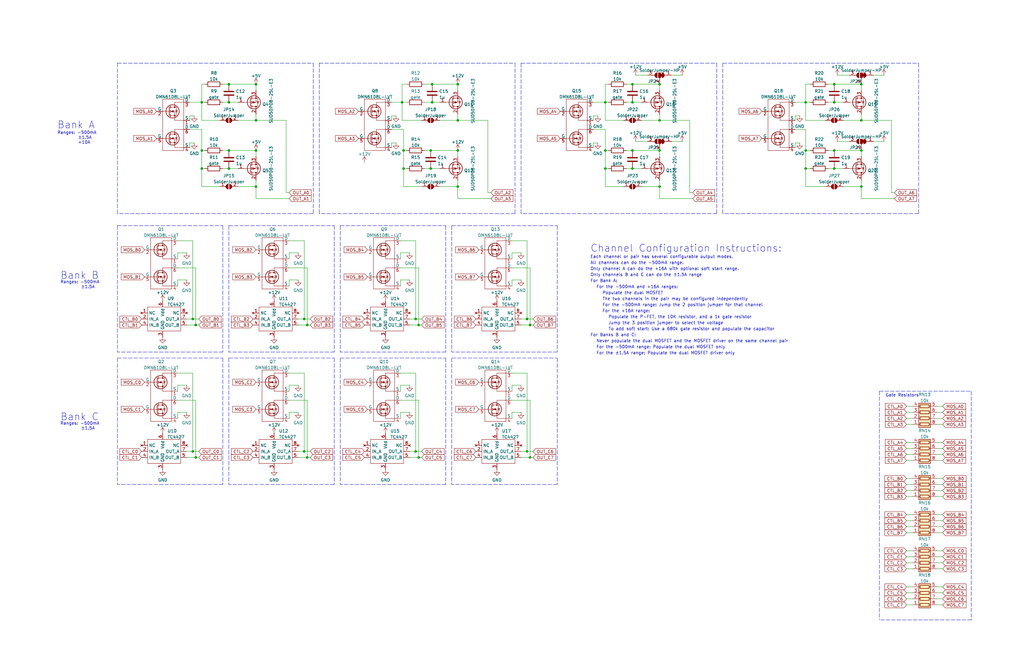
<source format=kicad_sch>
(kicad_sch (version 20211123) (generator eeschema)
  (paper "USLedger")
  (junction (at 339.725 71.12))
  (junction (at 351.79 43.18))
  (junction (at 170.18 63.5))
  (junction (at 181.61 71.12))
  (junction (at 193.04 78.74))
  (junction (at 351.79 71.12))
  (junction (at 96.52 63.5))
  (junction (at 266.7 63.5))
  (junction (at 107.95 63.5))
  (junction (at 107.95 35.56))
  (junction (at 266.7 35.56))
  (junction (at 169.545 43.18))
  (junction (at 96.52 71.12))
  (junction (at 255.27 63.5))
  (junction (at 85.09 71.12))
  (junction (at 175.26 134.62))
  (junction (at 266.7 43.18))
  (junction (at 96.52 43.18))
  (junction (at 193.04 35.56))
  (junction (at 363.22 35.56))
  (junction (at 182.245 35.56))
  (junction (at 193.04 63.5))
  (junction (at 278.13 78.74))
  (junction (at 129.54 137.16))
  (junction (at 222.25 134.62))
  (junction (at 278.13 35.56))
  (junction (at 182.245 43.18))
  (junction (at 339.725 43.18))
  (junction (at 181.61 63.5))
  (junction (at 129.54 193.04))
  (junction (at 363.22 78.74))
  (junction (at 176.53 137.16))
  (junction (at 81.28 134.62))
  (junction (at 128.27 190.5))
  (junction (at 223.52 193.04))
  (junction (at 107.95 78.74))
  (junction (at 175.26 190.5))
  (junction (at 223.52 137.16))
  (junction (at 266.7 71.12))
  (junction (at 222.25 190.5))
  (junction (at 170.18 71.12))
  (junction (at 85.09 63.5))
  (junction (at 82.55 137.16))
  (junction (at 96.52 35.56))
  (junction (at 351.79 63.5))
  (junction (at 176.53 193.04))
  (junction (at 81.28 190.5))
  (junction (at 278.13 50.8))
  (junction (at 278.13 63.5))
  (junction (at 193.04 50.8))
  (junction (at 85.09 43.18))
  (junction (at 339.725 63.5))
  (junction (at 363.22 50.8))
  (junction (at 351.79 35.56))
  (junction (at 363.22 63.5))
  (junction (at 107.95 50.8))
  (junction (at 255.27 71.12))
  (junction (at 82.55 193.04))
  (junction (at 128.27 134.62))
  (junction (at 255.27 43.18))
  (wire (pts (xy 382.27 250.19) (xy 384.81 250.19)))
  (wire (pts (xy 394.97 219.71) (xy 397.51 219.71)))
  (polyline (pts (xy 234.95 95.25) (xy 234.95 148.59)))
  (wire (pts (xy 339.725 71.12) (xy 339.725 78.74)))
  (wire (pts (xy 349.25 43.18) (xy 351.79 43.18)))
  (polyline (pts (xy 187.96 95.25) (xy 187.96 148.59)))
  (wire (pts (xy 394.97 173.99) (xy 397.51 173.99)))
  (wire (pts (xy 176.53 193.04) (xy 176.53 168.91)))
  (wire (pts (xy 382.27 219.71) (xy 384.81 219.71)))
  (wire (pts (xy 80.01 54.61) (xy 85.09 54.61)))
  (wire (pts (xy 107.95 83.82) (xy 121.92 83.82)))
  (wire (pts (xy 363.22 83.82) (xy 377.19 83.82)))
  (wire (pts (xy 394.97 217.17) (xy 397.51 217.17)))
  (wire (pts (xy 219.71 134.62) (xy 222.25 134.62)))
  (wire (pts (xy 120.65 50.8) (xy 120.65 81.28)))
  (wire (pts (xy 96.52 35.56) (xy 107.95 35.56)))
  (wire (pts (xy 129.54 193.04) (xy 129.54 168.91)))
  (wire (pts (xy 170.18 63.5) (xy 170.18 71.12)))
  (wire (pts (xy 255.27 43.18) (xy 256.54 43.18)))
  (wire (pts (xy 121.92 101.6) (xy 128.27 101.6)))
  (wire (pts (xy 250.19 62.23) (xy 250.19 60.325)))
  (polyline (pts (xy 93.98 151.13) (xy 93.98 204.47)))
  (wire (pts (xy 266.7 71.12) (xy 270.51 71.12)))
  (wire (pts (xy 382.27 209.55) (xy 384.81 209.55)))
  (wire (pts (xy 355.6 50.8) (xy 363.22 50.8)))
  (wire (pts (xy 193.04 50.8) (xy 205.74 50.8)))
  (wire (pts (xy 121.92 176.53) (xy 121.92 173.99)))
  (wire (pts (xy 339.725 54.61) (xy 339.725 63.5)))
  (wire (pts (xy 351.79 35.56) (xy 363.22 35.56)))
  (wire (pts (xy 80.01 43.18) (xy 85.09 43.18)))
  (wire (pts (xy 394.97 207.01) (xy 397.51 207.01)))
  (wire (pts (xy 394.97 250.19) (xy 397.51 250.19)))
  (wire (pts (xy 81.28 190.5) (xy 81.28 157.48)))
  (wire (pts (xy 219.71 190.5) (xy 222.25 190.5)))
  (wire (pts (xy 169.545 43.18) (xy 169.545 50.8)))
  (wire (pts (xy 172.72 137.16) (xy 176.53 137.16)))
  (polyline (pts (xy 302.26 26.67) (xy 302.26 90.17)))
  (wire (pts (xy 266.7 43.18) (xy 270.51 43.18)))
  (wire (pts (xy 168.91 173.99) (xy 172.72 173.99)))
  (wire (pts (xy 181.61 71.12) (xy 185.42 71.12)))
  (wire (pts (xy 283.21 59.69) (xy 287.655 59.69)))
  (wire (pts (xy 168.91 118.11) (xy 172.72 118.11)))
  (wire (pts (xy 363.22 76.2) (xy 363.22 78.74)))
  (wire (pts (xy 219.71 137.16) (xy 223.52 137.16)))
  (wire (pts (xy 172.72 190.5) (xy 175.26 190.5)))
  (wire (pts (xy 78.74 190.5) (xy 81.28 190.5)))
  (wire (pts (xy 215.9 162.56) (xy 219.71 162.56)))
  (polyline (pts (xy 304.8 26.67) (xy 304.8 90.17)))
  (wire (pts (xy 165.1 62.23) (xy 165.1 60.325)))
  (wire (pts (xy 290.83 50.8) (xy 290.83 81.28)))
  (polyline (pts (xy 49.53 151.13) (xy 93.98 151.13)))
  (wire (pts (xy 176.53 193.04) (xy 177.8 193.04)))
  (polyline (pts (xy 190.5 151.13) (xy 190.5 204.47)))
  (wire (pts (xy 128.27 190.5) (xy 130.81 190.5)))
  (wire (pts (xy 267.97 31.75) (xy 273.05 31.75)))
  (wire (pts (xy 205.74 81.28) (xy 207.01 81.28)))
  (wire (pts (xy 215.9 109.22) (xy 215.9 106.68)))
  (polyline (pts (xy 234.95 204.47) (xy 190.5 204.47)))
  (wire (pts (xy 165.1 48.895) (xy 167.005 48.895)))
  (wire (pts (xy 168.91 162.56) (xy 172.72 162.56)))
  (wire (pts (xy 363.22 48.26) (xy 363.22 50.8)))
  (wire (pts (xy 335.28 60.325) (xy 337.185 60.325)))
  (wire (pts (xy 100.33 78.74) (xy 107.95 78.74)))
  (wire (pts (xy 193.04 35.56) (xy 193.04 38.1)))
  (wire (pts (xy 120.65 81.28) (xy 121.92 81.28)))
  (wire (pts (xy 82.55 193.04) (xy 83.82 193.04)))
  (polyline (pts (xy 190.5 95.25) (xy 190.5 148.59)))
  (wire (pts (xy 215.9 118.11) (xy 219.71 118.11)))
  (wire (pts (xy 169.545 43.18) (xy 171.45 43.18)))
  (wire (pts (xy 394.97 209.55) (xy 397.51 209.55)))
  (wire (pts (xy 175.26 134.62) (xy 177.8 134.62)))
  (wire (pts (xy 78.74 137.16) (xy 82.55 137.16)))
  (wire (pts (xy 185.42 50.8) (xy 193.04 50.8)))
  (wire (pts (xy 339.725 50.8) (xy 347.98 50.8)))
  (wire (pts (xy 85.09 35.56) (xy 85.09 43.18)))
  (wire (pts (xy 270.51 50.8) (xy 278.13 50.8)))
  (wire (pts (xy 74.93 165.1) (xy 74.93 162.56)))
  (wire (pts (xy 223.52 193.04) (xy 223.52 168.91)))
  (polyline (pts (xy 93.98 148.59) (xy 49.53 148.59)))
  (wire (pts (xy 175.26 134.62) (xy 175.26 101.6)))
  (wire (pts (xy 193.04 48.26) (xy 193.04 50.8)))
  (wire (pts (xy 179.07 43.18) (xy 182.245 43.18)))
  (wire (pts (xy 255.27 35.56) (xy 255.27 43.18)))
  (wire (pts (xy 215.9 157.48) (xy 222.25 157.48)))
  (wire (pts (xy 168.91 165.1) (xy 168.91 162.56)))
  (wire (pts (xy 96.52 71.12) (xy 100.33 71.12)))
  (wire (pts (xy 74.93 176.53) (xy 74.93 173.99)))
  (wire (pts (xy 267.97 59.69) (xy 273.05 59.69)))
  (wire (pts (xy 85.09 63.5) (xy 85.09 71.12)))
  (polyline (pts (xy 96.52 95.25) (xy 96.52 148.59)))
  (wire (pts (xy 85.09 50.8) (xy 92.71 50.8)))
  (wire (pts (xy 168.91 157.48) (xy 175.26 157.48)))
  (polyline (pts (xy 234.95 151.13) (xy 234.95 204.47)))
  (polyline (pts (xy 140.97 204.47) (xy 96.52 204.47)))
  (wire (pts (xy 215.9 101.6) (xy 222.25 101.6)))
  (wire (pts (xy 182.245 35.56) (xy 193.04 35.56)))
  (wire (pts (xy 96.52 43.18) (xy 100.33 43.18)))
  (wire (pts (xy 382.27 234.95) (xy 384.81 234.95)))
  (polyline (pts (xy 143.51 95.25) (xy 143.51 148.59)))
  (wire (pts (xy 215.9 168.91) (xy 223.52 168.91)))
  (wire (pts (xy 175.26 190.5) (xy 175.26 157.48)))
  (wire (pts (xy 335.28 62.23) (xy 335.28 60.325)))
  (polyline (pts (xy 143.51 151.13) (xy 143.51 204.47)))
  (wire (pts (xy 96.52 63.5) (xy 107.95 63.5)))
  (polyline (pts (xy 134.62 26.67) (xy 134.62 90.17)))
  (polyline (pts (xy 302.26 90.17) (xy 219.71 90.17)))
  (wire (pts (xy 278.13 76.2) (xy 278.13 78.74)))
  (polyline (pts (xy 134.62 26.67) (xy 217.17 26.67)))
  (wire (pts (xy 121.92 113.03) (xy 129.54 113.03)))
  (wire (pts (xy 222.25 134.62) (xy 224.79 134.62)))
  (wire (pts (xy 168.91 109.22) (xy 168.91 106.68)))
  (wire (pts (xy 382.27 247.65) (xy 384.81 247.65)))
  (wire (pts (xy 107.95 78.74) (xy 107.95 83.82)))
  (wire (pts (xy 349.25 71.12) (xy 351.79 71.12)))
  (wire (pts (xy 382.27 232.41) (xy 384.81 232.41)))
  (wire (pts (xy 165.1 54.61) (xy 170.18 54.61)))
  (wire (pts (xy 394.97 191.77) (xy 397.51 191.77)))
  (wire (pts (xy 74.93 101.6) (xy 81.28 101.6)))
  (wire (pts (xy 74.93 109.22) (xy 74.93 106.68)))
  (polyline (pts (xy 49.53 95.25) (xy 93.98 95.25)))
  (wire (pts (xy 255.27 35.56) (xy 256.54 35.56)))
  (wire (pts (xy 172.72 134.62) (xy 175.26 134.62)))
  (wire (pts (xy 382.27 201.93) (xy 384.81 201.93)))
  (wire (pts (xy 129.54 137.16) (xy 130.81 137.16)))
  (wire (pts (xy 74.93 157.48) (xy 81.28 157.48)))
  (wire (pts (xy 363.22 50.8) (xy 375.92 50.8)))
  (wire (pts (xy 125.73 193.04) (xy 129.54 193.04)))
  (wire (pts (xy 74.93 162.56) (xy 78.74 162.56)))
  (wire (pts (xy 165.1 50.8) (xy 165.1 48.895)))
  (wire (pts (xy 382.27 171.45) (xy 384.81 171.45)))
  (wire (pts (xy 121.92 120.65) (xy 121.92 118.11)))
  (wire (pts (xy 181.61 63.5) (xy 193.04 63.5)))
  (wire (pts (xy 250.19 54.61) (xy 255.27 54.61)))
  (wire (pts (xy 222.25 190.5) (xy 222.25 157.48)))
  (wire (pts (xy 78.74 134.62) (xy 81.28 134.62)))
  (wire (pts (xy 128.27 134.62) (xy 128.27 101.6)))
  (wire (pts (xy 266.7 63.5) (xy 278.13 63.5)))
  (wire (pts (xy 128.27 190.5) (xy 128.27 157.48)))
  (wire (pts (xy 351.79 43.18) (xy 355.6 43.18)))
  (wire (pts (xy 255.27 43.18) (xy 255.27 50.8)))
  (wire (pts (xy 170.18 63.5) (xy 171.45 63.5)))
  (wire (pts (xy 175.26 190.5) (xy 177.8 190.5)))
  (polyline (pts (xy 187.96 151.13) (xy 187.96 204.47)))
  (wire (pts (xy 264.16 63.5) (xy 266.7 63.5)))
  (wire (pts (xy 339.725 35.56) (xy 341.63 35.56)))
  (wire (pts (xy 283.21 31.75) (xy 287.655 31.75)))
  (wire (pts (xy 80.01 60.325) (xy 81.915 60.325)))
  (wire (pts (xy 270.51 78.74) (xy 278.13 78.74)))
  (polyline (pts (xy 49.53 26.67) (xy 132.08 26.67)))
  (wire (pts (xy 278.13 35.56) (xy 278.13 38.1)))
  (wire (pts (xy 394.97 252.73) (xy 397.51 252.73)))
  (wire (pts (xy 382.27 189.23) (xy 384.81 189.23)))
  (wire (pts (xy 363.22 63.5) (xy 363.22 66.04)))
  (wire (pts (xy 382.27 194.31) (xy 384.81 194.31)))
  (wire (pts (xy 255.27 71.12) (xy 255.27 78.74)))
  (wire (pts (xy 205.74 50.8) (xy 205.74 81.28)))
  (polyline (pts (xy 190.5 95.25) (xy 234.95 95.25)))
  (wire (pts (xy 339.725 78.74) (xy 347.98 78.74)))
  (wire (pts (xy 82.55 137.16) (xy 82.55 113.03)))
  (wire (pts (xy 80.01 48.895) (xy 81.915 48.895)))
  (polyline (pts (xy 132.08 26.67) (xy 132.08 90.17)))
  (wire (pts (xy 81.28 134.62) (xy 83.82 134.62)))
  (wire (pts (xy 339.725 63.5) (xy 341.63 63.5)))
  (wire (pts (xy 74.93 173.99) (xy 78.74 173.99)))
  (wire (pts (xy 179.07 63.5) (xy 181.61 63.5)))
  (wire (pts (xy 74.93 113.03) (xy 82.55 113.03)))
  (wire (pts (xy 107.95 50.8) (xy 120.65 50.8)))
  (wire (pts (xy 394.97 224.79) (xy 397.51 224.79)))
  (wire (pts (xy 215.9 120.65) (xy 215.9 118.11)))
  (polyline (pts (xy 387.35 26.67) (xy 387.35 90.17)))
  (wire (pts (xy 193.04 76.2) (xy 193.04 78.74)))
  (wire (pts (xy 394.97 194.31) (xy 397.51 194.31)))
  (wire (pts (xy 81.28 190.5) (xy 83.82 190.5)))
  (wire (pts (xy 278.13 50.8) (xy 290.83 50.8)))
  (wire (pts (xy 363.22 35.56) (xy 363.22 38.1)))
  (wire (pts (xy 363.22 78.74) (xy 363.22 83.82)))
  (wire (pts (xy 74.93 106.68) (xy 78.74 106.68)))
  (wire (pts (xy 85.09 43.18) (xy 86.36 43.18)))
  (polyline (pts (xy 96.52 151.13) (xy 96.52 204.47)))
  (wire (pts (xy 382.27 255.27) (xy 384.81 255.27)))
  (wire (pts (xy 74.93 118.11) (xy 78.74 118.11)))
  (wire (pts (xy 382.27 217.17) (xy 384.81 217.17)))
  (wire (pts (xy 335.28 48.895) (xy 337.185 48.895)))
  (wire (pts (xy 382.27 224.79) (xy 384.81 224.79)))
  (wire (pts (xy 182.245 43.18) (xy 185.42 43.18)))
  (polyline (pts (xy 409.575 261.62) (xy 370.84 261.62)))
  (wire (pts (xy 74.93 120.65) (xy 74.93 118.11)))
  (wire (pts (xy 168.91 106.68) (xy 172.72 106.68)))
  (wire (pts (xy 223.52 137.16) (xy 224.79 137.16)))
  (wire (pts (xy 339.725 35.56) (xy 339.725 43.18)))
  (polyline (pts (xy 187.96 148.59) (xy 143.51 148.59)))
  (wire (pts (xy 255.27 54.61) (xy 255.27 63.5)))
  (wire (pts (xy 394.97 204.47) (xy 397.51 204.47)))
  (wire (pts (xy 193.04 83.82) (xy 207.01 83.82)))
  (wire (pts (xy 255.27 63.5) (xy 255.27 71.12)))
  (wire (pts (xy 168.91 120.65) (xy 168.91 118.11)))
  (wire (pts (xy 222.25 190.5) (xy 224.79 190.5)))
  (wire (pts (xy 335.28 54.61) (xy 339.725 54.61)))
  (wire (pts (xy 85.09 43.18) (xy 85.09 50.8)))
  (polyline (pts (xy 140.97 148.59) (xy 96.52 148.59)))
  (wire (pts (xy 125.73 134.62) (xy 128.27 134.62)))
  (wire (pts (xy 368.3 59.69) (xy 372.745 59.69)))
  (wire (pts (xy 85.09 78.74) (xy 92.71 78.74)))
  (polyline (pts (xy 219.71 26.67) (xy 219.71 90.17)))
  (polyline (pts (xy 132.08 90.17) (xy 49.53 90.17)))
  (wire (pts (xy 93.98 71.12) (xy 96.52 71.12)))
  (wire (pts (xy 394.97 189.23) (xy 397.51 189.23)))
  (wire (pts (xy 255.27 71.12) (xy 256.54 71.12)))
  (wire (pts (xy 172.72 193.04) (xy 176.53 193.04)))
  (polyline (pts (xy 143.51 151.13) (xy 187.96 151.13)))
  (polyline (pts (xy 409.575 165.1) (xy 409.575 261.62)))
  (wire (pts (xy 394.97 222.25) (xy 397.51 222.25)))
  (wire (pts (xy 394.97 179.07) (xy 397.51 179.07)))
  (wire (pts (xy 382.27 237.49) (xy 384.81 237.49)))
  (wire (pts (xy 339.725 71.12) (xy 341.63 71.12)))
  (wire (pts (xy 250.19 50.8) (xy 250.19 48.895)))
  (wire (pts (xy 339.725 43.18) (xy 341.63 43.18)))
  (wire (pts (xy 278.13 48.26) (xy 278.13 50.8)))
  (wire (pts (xy 176.53 137.16) (xy 176.53 113.03)))
  (polyline (pts (xy 217.17 26.67) (xy 217.17 90.17)))
  (polyline (pts (xy 190.5 151.13) (xy 234.95 151.13)))
  (wire (pts (xy 121.92 173.99) (xy 125.73 173.99)))
  (wire (pts (xy 170.18 71.12) (xy 171.45 71.12)))
  (wire (pts (xy 382.27 204.47) (xy 384.81 204.47)))
  (polyline (pts (xy 49.53 95.25) (xy 49.53 148.59)))
  (wire (pts (xy 125.73 190.5) (xy 128.27 190.5)))
  (polyline (pts (xy 234.95 148.59) (xy 190.5 148.59)))
  (wire (pts (xy 394.97 186.69) (xy 397.51 186.69)))
  (wire (pts (xy 394.97 247.65) (xy 397.51 247.65)))
  (wire (pts (xy 121.92 106.68) (xy 125.73 106.68)))
  (wire (pts (xy 165.1 43.18) (xy 169.545 43.18)))
  (wire (pts (xy 107.95 63.5) (xy 107.95 66.04)))
  (wire (pts (xy 128.27 134.62) (xy 130.81 134.62)))
  (wire (pts (xy 121.92 165.1) (xy 121.92 162.56)))
  (wire (pts (xy 264.16 35.56) (xy 266.7 35.56)))
  (wire (pts (xy 351.79 63.5) (xy 363.22 63.5)))
  (wire (pts (xy 382.27 252.73) (xy 384.81 252.73)))
  (wire (pts (xy 368.3 31.75) (xy 372.745 31.75)))
  (wire (pts (xy 121.92 162.56) (xy 125.73 162.56)))
  (polyline (pts (xy 140.97 151.13) (xy 140.97 204.47)))
  (wire (pts (xy 394.97 240.03) (xy 397.51 240.03)))
  (polyline (pts (xy 217.17 90.17) (xy 134.62 90.17)))
  (wire (pts (xy 382.27 207.01) (xy 384.81 207.01)))
  (wire (pts (xy 168.91 168.91) (xy 176.53 168.91)))
  (wire (pts (xy 349.25 63.5) (xy 351.79 63.5)))
  (wire (pts (xy 215.9 106.68) (xy 219.71 106.68)))
  (polyline (pts (xy 143.51 95.25) (xy 187.96 95.25)))
  (wire (pts (xy 125.73 137.16) (xy 129.54 137.16)))
  (wire (pts (xy 255.27 50.8) (xy 262.89 50.8)))
  (wire (pts (xy 215.9 176.53) (xy 215.9 173.99)))
  (wire (pts (xy 82.55 137.16) (xy 83.82 137.16)))
  (polyline (pts (xy 49.53 26.67) (xy 49.53 90.17)))
  (wire (pts (xy 382.27 179.07) (xy 384.81 179.07)))
  (wire (pts (xy 168.91 113.03) (xy 176.53 113.03)))
  (wire (pts (xy 168.91 101.6) (xy 175.26 101.6)))
  (wire (pts (xy 266.7 35.56) (xy 278.13 35.56)))
  (wire (pts (xy 93.98 35.56) (xy 96.52 35.56)))
  (wire (pts (xy 121.92 157.48) (xy 128.27 157.48)))
  (wire (pts (xy 215.9 173.99) (xy 219.71 173.99)))
  (wire (pts (xy 290.83 81.28) (xy 292.1 81.28)))
  (wire (pts (xy 85.09 63.5) (xy 86.36 63.5)))
  (wire (pts (xy 394.97 255.27) (xy 397.51 255.27)))
  (wire (pts (xy 121.92 109.22) (xy 121.92 106.68)))
  (wire (pts (xy 85.09 54.61) (xy 85.09 63.5)))
  (wire (pts (xy 219.71 193.04) (xy 223.52 193.04)))
  (polyline (pts (xy 96.52 95.25) (xy 140.97 95.25)))
  (wire (pts (xy 375.92 50.8) (xy 375.92 81.28)))
  (wire (pts (xy 78.74 193.04) (xy 82.55 193.04)))
  (wire (pts (xy 394.97 201.93) (xy 397.51 201.93)))
  (wire (pts (xy 353.06 59.69) (xy 358.14 59.69)))
  (wire (pts (xy 264.16 71.12) (xy 266.7 71.12)))
  (wire (pts (xy 85.09 71.12) (xy 86.36 71.12)))
  (wire (pts (xy 168.91 176.53) (xy 168.91 173.99)))
  (wire (pts (xy 222.25 134.62) (xy 222.25 101.6)))
  (wire (pts (xy 121.92 168.91) (xy 129.54 168.91)))
  (wire (pts (xy 278.13 78.74) (xy 278.13 83.82)))
  (polyline (pts (xy 93.98 204.47) (xy 49.53 204.47)))
  (wire (pts (xy 176.53 137.16) (xy 177.8 137.16)))
  (wire (pts (xy 93.98 63.5) (xy 96.52 63.5)))
  (wire (pts (xy 335.28 43.18) (xy 339.725 43.18)))
  (wire (pts (xy 264.16 43.18) (xy 266.7 43.18)))
  (wire (pts (xy 170.18 71.12) (xy 170.18 78.74)))
  (polyline (pts (xy 187.96 204.47) (xy 143.51 204.47)))
  (wire (pts (xy 382.27 173.99) (xy 384.81 173.99)))
  (wire (pts (xy 394.97 232.41) (xy 397.51 232.41)))
  (polyline (pts (xy 370.84 165.1) (xy 409.575 165.1)))
  (wire (pts (xy 250.19 60.325) (xy 252.095 60.325)))
  (wire (pts (xy 169.545 50.8) (xy 177.8 50.8)))
  (polyline (pts (xy 140.97 95.25) (xy 140.97 148.59)))
  (polyline (pts (xy 93.98 95.25) (xy 93.98 148.59)))
  (wire (pts (xy 394.97 234.95) (xy 397.51 234.95)))
  (wire (pts (xy 255.27 63.5) (xy 256.54 63.5)))
  (wire (pts (xy 355.6 78.74) (xy 363.22 78.74)))
  (wire (pts (xy 185.42 78.74) (xy 193.04 78.74)))
  (wire (pts (xy 250.19 48.895) (xy 252.095 48.895)))
  (polyline (pts (xy 49.53 151.13) (xy 49.53 204.47)))
  (wire (pts (xy 349.25 35.56) (xy 351.79 35.56)))
  (wire (pts (xy 335.28 50.8) (xy 335.28 48.895)))
  (wire (pts (xy 129.54 193.04) (xy 130.81 193.04)))
  (wire (pts (xy 250.19 43.18) (xy 255.27 43.18)))
  (wire (pts (xy 278.13 63.5) (xy 278.13 66.04)))
  (wire (pts (xy 353.06 31.75) (xy 358.14 31.75)))
  (wire (pts (xy 93.98 43.18) (xy 96.52 43.18)))
  (wire (pts (xy 375.92 81.28) (xy 377.19 81.28)))
  (wire (pts (xy 100.33 50.8) (xy 107.95 50.8)))
  (polyline (pts (xy 387.35 90.17) (xy 304.8 90.17)))
  (wire (pts (xy 255.27 78.74) (xy 262.89 78.74)))
  (polyline (pts (xy 370.84 165.1) (xy 370.84 261.62)))
  (polyline (pts (xy 219.71 26.67) (xy 302.26 26.67)))
  (wire (pts (xy 394.97 176.53) (xy 397.51 176.53)))
  (wire (pts (xy 394.97 237.49) (xy 397.51 237.49)))
  (wire (pts (xy 74.93 168.91) (xy 82.55 168.91)))
  (wire (pts (xy 215.9 113.03) (xy 223.52 113.03)))
  (wire (pts (xy 382.27 222.25) (xy 384.81 222.25)))
  (wire (pts (xy 339.725 43.18) (xy 339.725 50.8)))
  (wire (pts (xy 223.52 193.04) (xy 224.79 193.04)))
  (wire (pts (xy 394.97 171.45) (xy 397.51 171.45)))
  (wire (pts (xy 339.725 63.5) (xy 339.725 71.12)))
  (wire (pts (xy 179.07 35.56) (xy 182.245 35.56)))
  (wire (pts (xy 170.18 78.74) (xy 177.8 78.74)))
  (wire (pts (xy 382.27 176.53) (xy 384.81 176.53)))
  (wire (pts (xy 215.9 165.1) (xy 215.9 162.56)))
  (wire (pts (xy 382.27 191.77) (xy 384.81 191.77)))
  (wire (pts (xy 382.27 186.69) (xy 384.81 186.69)))
  (wire (pts (xy 170.18 54.61) (xy 170.18 63.5)))
  (wire (pts (xy 82.55 193.04) (xy 82.55 168.91)))
  (wire (pts (xy 165.1 60.325) (xy 167.005 60.325)))
  (wire (pts (xy 223.52 137.16) (xy 223.52 113.03)))
  (wire (pts (xy 107.95 76.2) (xy 107.95 78.74)))
  (wire (pts (xy 193.04 63.5) (xy 193.04 66.04)))
  (wire (pts (xy 107.95 48.26) (xy 107.95 50.8)))
  (wire (pts (xy 382.27 240.03) (xy 384.81 240.03)))
  (polyline (pts (xy 304.8 26.67) (xy 387.35 26.67)))
  (wire (pts (xy 80.01 50.8) (xy 80.01 48.895)))
  (wire (pts (xy 85.09 71.12) (xy 85.09 78.74)))
  (wire (pts (xy 85.09 35.56) (xy 86.36 35.56)))
  (wire (pts (xy 121.92 118.11) (xy 125.73 118.11)))
  (wire (pts (xy 193.04 78.74) (xy 193.04 83.82)))
  (wire (pts (xy 278.13 83.82) (xy 292.1 83.82)))
  (wire (pts (xy 179.07 71.12) (xy 181.61 71.12)))
  (wire (pts (xy 107.95 35.56) (xy 107.95 38.1)))
  (polyline (pts (xy 96.52 151.13) (xy 140.97 151.13)))
  (wire (pts (xy 81.28 134.62) (xy 81.28 101.6)))
  (wire (pts (xy 129.54 137.16) (xy 129.54 113.03)))
  (wire (pts (xy 169.545 35.56) (xy 169.545 43.18)))
  (wire (pts (xy 169.545 35.56) (xy 171.45 35.56)))
  (wire (pts (xy 80.01 62.23) (xy 80.01 60.325)))
  (wire (pts (xy 351.79 71.12) (xy 355.6 71.12)))
  (text "Populate the P-FET, the 10K resistor, and a 1k gate resistor" (at 256.54 134.62 0) (effects (font (size 1.27 1.27)) (justify left bottom)))
  (text "For the ±1.5A range: Populate the dual MOSFET driver only" (at 251.46 149.86 0) (effects (font (size 1.27 1.27)) (justify left bottom)))
  (text "For Bank A:" (at 248.92 119.38 0) (effects (font (size 1.27 1.27)) (justify left bottom)))
  (text "Ranges: -500mA\n         ±1.5A\n         +10A" (at 24.13 60.96 0) (effects (font (size 1.27 1.27)) (justify left bottom)))
  (text "Jump the 3 position jumper to select the voltage" (at 256.54 137.16 0) (effects (font (size 1.27 1.27)) (justify left bottom)))
  (text "Each channel or pair has several configurable output modes." (at 248.92 109.22 0) (effects (font (size 1.27 1.27)) (justify left bottom)))
  (text "For the -500mA range: Populate the dual MOSFET only" (at 251.46 147.32 0) (effects (font (size 1.27 1.27)) (justify left bottom)))
  (text "Only channel A can do the +16A with optional soft start range." (at 248.92 114.3 0) (effects (font (size 1.27 1.27)) (justify left bottom)))
  (text "Bank A" (at 24.13 54.61 0) (effects (font (size 3 3)) (justify left bottom)))
  (text "Only channels B and C can do the ±1.5A range" (at 248.92 116.84 0) (effects (font (size 1.27 1.27)) (justify left bottom)))
  (text "Gate Resistors" (at 373.38 167.64 0) (effects (font (size 1.27 1.27)) (justify left bottom)))
  (text "Channel Configuration Instructions:" (at 248.92 106.68 0) (effects (font (size 3 3)) (justify left bottom)))
  (text "To add soft start: Use a 680k gate resistor and populate the capacitor" (at 256.54 139.7 0) (effects (font (size 1.27 1.27)) (justify left bottom)))
  (text "All channels can do the -500mA range." (at 248.92 111.76 0) (effects (font (size 1.27 1.27)) (justify left bottom)))
  (text "Bank B" (at 25.4 118.11 0) (effects (font (size 3 3)) (justify left bottom)))
  (text "Ranges: -500mA\n         ±1.5A" (at 25.4 121.92 0) (effects (font (size 1.27 1.27)) (justify left bottom)))
  (text "See design notes on how to populate this area\nof the circuit to configre output behavior" (at 20.32 -222.885 0) (effects (font (size 1.27 1.27)) (justify left bottom)))
  (text "For the -500mA range: Jump the 2 position jumper for that channel" (at 254 129.54 0) (effects (font (size 1.27 1.27)) (justify left bottom)))
  (text "Ranges: -500mA\n         ±1.5A" (at 25.4 181.61 0) (effects (font (size 1.27 1.27)) (justify left bottom)))
  (text "For the +16A range:" (at 254 132.08 0) (effects (font (size 1.27 1.27)) (justify left bottom)))
  (text "Never populate the dual MOSFET and the MOSFET driver on the same channel pair" (at 251.46 144.78 0) (effects (font (size 1.27 1.27)) (justify left bottom)))
  (text "Bank C" (at 25.4 177.8 0) (effects (font (size 3 3)) (justify left bottom)))
  (text "For the -500mA and +16A ranges:" (at 251.46 121.92 0) (effects (font (size 1.27 1.27)) (justify left bottom)))
  (text "Populate the dual MOSFET" (at 254 124.46 0) (effects (font (size 1.27 1.27)) (justify left bottom)))
  (text "For Banks B and C:" (at 248.92 142.24 0) (effects (font (size 1.27 1.27)) (justify left bottom)))
  (text "The two channels in the pair may be configured independently" (at 254 127 0) (effects (font (size 1.27 1.27)) (justify left bottom)))
  (global_label "CTL_B6" (shape input) (at 382.27 222.25 180) (property "Intersheet References" "${INTERSHEET_REFS}" (effects hide)))
  (global_label "MOS_B1" (shape input) (at 397.51 204.47 0) (property "Intersheet References" "${INTERSHEET_REFS}" (effects hide)))
  (global_label "CTL_B2" (shape input) (at 106.68 134.62 180) (property "Intersheet References" "${INTERSHEET_REFS}" (effects hide)))
  (global_label "MOS_B5" (shape input) (at 154.94 116.84 180) (property "Intersheet References" "${INTERSHEET_REFS}" (effects hide)))
  (global_label "CTL_A6" (shape input) (at 382.27 191.77 180) (property "Intersheet References" "${INTERSHEET_REFS}" (effects hide)))
  (global_label "CTL_C4" (shape input) (at 153.67 190.5 180) (property "Intersheet References" "${INTERSHEET_REFS}" (effects hide)))
  (global_label "MOS_A4" (shape input) (at 397.51 186.69 0) (property "Intersheet References" "${INTERSHEET_REFS}" (effects hide)))
  (global_label "MOS_C3" (shape input) (at 397.51 240.03 0) (property "Intersheet References" "${INTERSHEET_REFS}" (effects hide)))
  (global_label "OUT_B4" (shape input) (at 177.8 134.62 0) (property "Intersheet References" "${INTERSHEET_REFS}" (effects hide)))
  (global_label "MOS_B0" (shape input) (at 397.51 201.93 0) (property "Intersheet References" "${INTERSHEET_REFS}" (effects hide)))
  (global_label "MOS_C4" (shape input) (at 154.94 161.29 180) (property "Intersheet References" "${INTERSHEET_REFS}" (effects hide)))
  (global_label "MOS_C0" (shape input) (at 60.96 161.29 180) (property "Intersheet References" "${INTERSHEET_REFS}" (effects hide)))
  (global_label "CTL_A5" (shape input) (at 382.27 189.23 180) (property "Intersheet References" "${INTERSHEET_REFS}" (effects hide)))
  (global_label "OUT_A3" (shape input) (at 207.01 83.82 0) (property "Intersheet References" "${INTERSHEET_REFS}" (effects hide)))
  (global_label "CTL_C0" (shape input) (at 382.27 232.41 180) (property "Intersheet References" "${INTERSHEET_REFS}" (effects hide)))
  (global_label "CTL_B4" (shape input) (at 153.67 134.62 180) (property "Intersheet References" "${INTERSHEET_REFS}" (effects hide)))
  (global_label "OUT_C0" (shape input) (at 83.82 190.5 0) (property "Intersheet References" "${INTERSHEET_REFS}" (effects hide)))
  (global_label "MOS_A6" (shape input) (at 397.51 191.77 0) (property "Intersheet References" "${INTERSHEET_REFS}" (effects hide)))
  (global_label "OUT_A7" (shape input) (at 377.19 83.82 0) (property "Intersheet References" "${INTERSHEET_REFS}" (effects hide)))
  (global_label "CTL_B5" (shape input) (at 153.67 137.16 180) (property "Intersheet References" "${INTERSHEET_REFS}" (effects hide)))
  (global_label "MOS_A0" (shape input) (at 66.04 46.99 180) (property "Intersheet References" "${INTERSHEET_REFS}" (effects hide)))
  (global_label "MOS_C3" (shape input) (at 107.95 172.72 180) (property "Intersheet References" "${INTERSHEET_REFS}" (effects hide)))
  (global_label "MOS_B4" (shape input) (at 154.94 105.41 180) (property "Intersheet References" "${INTERSHEET_REFS}" (effects hide)))
  (global_label "CTL_B0" (shape input) (at 382.27 201.93 180) (property "Intersheet References" "${INTERSHEET_REFS}" (effects hide)))
  (global_label "MOS_B7" (shape input) (at 397.51 224.79 0) (property "Intersheet References" "${INTERSHEET_REFS}" (effects hide)))
  (global_label "MOS_B3" (shape input) (at 397.51 209.55 0) (property "Intersheet References" "${INTERSHEET_REFS}" (effects hide)))
  (global_label "MOS_B6" (shape input) (at 201.93 105.41 180) (property "Intersheet References" "${INTERSHEET_REFS}" (effects hide)))
  (global_label "MOS_A6" (shape input) (at 321.31 46.99 180) (property "Intersheet References" "${INTERSHEET_REFS}" (effects hide)))
  (global_label "OUT_C6" (shape input) (at 224.79 190.5 0) (property "Intersheet References" "${INTERSHEET_REFS}" (effects hide)))
  (global_label "CTL_B3" (shape input) (at 382.27 209.55 180) (property "Intersheet References" "${INTERSHEET_REFS}" (effects hide)))
  (global_label "OUT_A0" (shape input) (at 121.92 81.28 0) (property "Intersheet References" "${INTERSHEET_REFS}" (effects hide)))
  (global_label "CTL_B2" (shape input) (at 382.27 207.01 180) (property "Intersheet References" "${INTERSHEET_REFS}" (effects hide)))
  (global_label "MOS_A0" (shape input) (at 397.51 171.45 0) (property "Intersheet References" "${INTERSHEET_REFS}" (effects hide)))
  (global_label "CTL_C0" (shape input) (at 59.69 190.5 180) (property "Intersheet References" "${INTERSHEET_REFS}" (effects hide)))
  (global_label "CTL_C5" (shape input) (at 382.27 250.19 180) (property "Intersheet References" "${INTERSHEET_REFS}" (effects hide)))
  (global_label "CTL_B7" (shape input) (at 200.66 137.16 180) (property "Intersheet References" "${INTERSHEET_REFS}" (effects hide)))
  (global_label "OUT_C7" (shape input) (at 224.79 193.04 0) (property "Intersheet References" "${INTERSHEET_REFS}" (effects hide)))
  (global_label "OUT_A6" (shape input) (at 377.19 81.28 0) (property "Intersheet References" "${INTERSHEET_REFS}" (effects hide)))
  (global_label "MOS_B7" (shape input) (at 201.93 116.84 180) (property "Intersheet References" "${INTERSHEET_REFS}" (effects hide)))
  (global_label "CTL_A3" (shape input) (at 382.27 179.07 180) (property "Intersheet References" "${INTERSHEET_REFS}" (effects hide)))
  (global_label "MOS_A7" (shape input) (at 321.31 58.42 180) (property "Intersheet References" "${INTERSHEET_REFS}" (effects hide)))
  (global_label "CTL_C7" (shape input) (at 200.66 193.04 180) (property "Intersheet References" "${INTERSHEET_REFS}" (effects hide)))
  (global_label "MOS_C5" (shape input) (at 397.51 250.19 0) (property "Intersheet References" "${INTERSHEET_REFS}" (effects hide)))
  (global_label "MOS_B0" (shape input) (at 60.96 105.41 180) (property "Intersheet References" "${INTERSHEET_REFS}" (effects hide)))
  (global_label "OUT_A1" (shape input) (at 121.92 83.82 0) (property "Intersheet References" "${INTERSHEET_REFS}" (effects hide)))
  (global_label "MOS_C1" (shape input) (at 60.96 172.72 180) (property "Intersheet References" "${INTERSHEET_REFS}" (effects hide)))
  (global_label "MOS_B4" (shape input) (at 397.51 217.17 0) (property "Intersheet References" "${INTERSHEET_REFS}" (effects hide)))
  (global_label "CTL_C2" (shape input) (at 106.68 190.5 180) (property "Intersheet References" "${INTERSHEET_REFS}" (effects hide)))
  (global_label "MOS_B1" (shape input) (at 60.96 116.84 180) (property "Intersheet References" "${INTERSHEET_REFS}" (effects hide)))
  (global_label "CTL_B3" (shape input) (at 106.68 137.16 180) (property "Intersheet References" "${INTERSHEET_REFS}" (effects hide)))
  (global_label "MOS_B3" (shape input) (at 107.95 116.84 180) (property "Intersheet References" "${INTERSHEET_REFS}" (effects hide)))
  (global_label "OUT_B6" (shape input) (at 224.79 134.62 0) (property "Intersheet References" "${INTERSHEET_REFS}" (effects hide)))
  (global_label "CTL_B1" (shape input) (at 382.27 204.47 180) (property "Intersheet References" "${INTERSHEET_REFS}" (effects hide)))
  (global_label "MOS_B6" (shape input) (at 397.51 222.25 0) (property "Intersheet References" "${INTERSHEET_REFS}" (effects hide)))
  (global_label "CTL_C6" (shape input) (at 382.27 252.73 180) (property "Intersheet References" "${INTERSHEET_REFS}" (effects hide)))
  (global_label "CTL_C7" (shape input) (at 382.27 255.27 180) (property "Intersheet References" "${INTERSHEET_REFS}" (effects hide)))
  (global_label "OUT_B7" (shape input) (at 224.79 137.16 0) (property "Intersheet References" "${INTERSHEET_REFS}" (effects hide)))
  (global_label "CTL_C1" (shape input) (at 59.69 193.04 180) (property "Intersheet References" "${INTERSHEET_REFS}" (effects hide)))
  (global_label "MOS_A7" (shape input) (at 397.51 194.31 0) (property "Intersheet References" "${INTERSHEET_REFS}" (effects hide)))
  (global_label "CTL_B7" (shape input) (at 382.27 224.79 180) (property "Intersheet References" "${INTERSHEET_REFS}" (effects hide)))
  (global_label "CTL_C4" (shape input) (at 382.27 247.65 180) (property "Intersheet References" "${INTERSHEET_REFS}" (effects hide)))
  (global_label "CTL_B0" (shape input) (at 59.69 134.62 180) (property "Intersheet References" "${INTERSHEET_REFS}" (effects hide)))
  (global_label "OUT_C5" (shape input) (at 177.8 193.04 0) (property "Intersheet References" "${INTERSHEET_REFS}" (effects hide)))
  (global_label "CTL_A1" (shape input) (at 382.27 173.99 180) (property "Intersheet References" "${INTERSHEET_REFS}" (effects hide)))
  (global_label "MOS_B2" (shape input) (at 397.51 207.01 0) (property "Intersheet References" "${INTERSHEET_REFS}" (effects hide)))
  (global_label "MOS_C7" (shape input) (at 201.93 172.72 180) (property "Intersheet References" "${INTERSHEET_REFS}" (effects hide)))
  (global_label "MOS_C2" (shape input) (at 397.51 237.49 0) (property "Intersheet References" "${INTERSHEET_REFS}" (effects hide)))
  (global_label "MOS_A5" (shape input) (at 236.22 58.42 180) (property "Intersheet References" "${INTERSHEET_REFS}" (effects hide)))
  (global_label "CTL_C6" (shape input) (at 200.66 190.5 180) (property "Intersheet References" "${INTERSHEET_REFS}" (effects hide)))
  (global_label "MOS_A2" (shape input) (at 397.51 176.53 0) (property "Intersheet References" "${INTERSHEET_REFS}" (effects hide)))
  (global_label "MOS_A4" (shape input) (at 236.22 46.99 180) (property "Intersheet References" "${INTERSHEET_REFS}" (effects hide)))
  (global_label "MOS_C7" (shape input) (at 397.51 255.27 0) (property "Intersheet References" "${INTERSHEET_REFS}" (effects hide)))
  (global_label "MOS_C6" (shape input) (at 201.93 161.29 180) (property "Intersheet References" "${INTERSHEET_REFS}" (effects hide)))
  (global_label "OUT_B1" (shape input) (at 83.82 137.16 0) (property "Intersheet References" "${INTERSHEET_REFS}" (effects hide)))
  (global_label "MOS_A2" (shape input) (at 151.13 46.99 180) (property "Intersheet References" "${INTERSHEET_REFS}" (effects hide)))
  (global_label "CTL_B6" (shape input) (at 200.66 134.62 180) (property "Intersheet References" "${INTERSHEET_REFS}" (effects hide)))
  (global_label "MOS_B5" (shape input) (at 397.51 219.71 0) (property "Intersheet References" "${INTERSHEET_REFS}" (effects hide)))
  (global_label "MOS_B2" (shape input) (at 107.95 105.41 180) (property "Intersheet References" "${INTERSHEET_REFS}" (effects hide)))
  (global_label "OUT_C2" (shape input) (at 130.81 190.5 0) (property "Intersheet References" "${INTERSHEET_REFS}" (effects hide)))
  (global_label "OUT_B2" (shape input) (at 130.81 134.62 0) (property "Intersheet References" "${INTERSHEET_REFS}" (effects hide)))
  (global_label "CTL_A7" (shape input) (at 382.27 194.31 180) (property "Intersheet References" "${INTERSHEET_REFS}" (effects hide)))
  (global_label "MOS_C5" (shape input) (at 154.94 172.72 180) (property "Intersheet References" "${INTERSHEET_REFS}" (effects hide)))
  (global_label "CTL_B4" (shape input) (at 382.27 217.17 180) (property "Intersheet References" "${INTERSHEET_REFS}" (effects hide)))
  (global_label "CTL_B1" (shape input) (at 59.69 137.16 180) (property "Intersheet References" "${INTERSHEET_REFS}" (effects hide)))
  (global_label "OUT_C1" (shape input) (at 83.82 193.04 0) (property "Intersheet References" "${INTERSHEET_REFS}" (effects hide)))
  (global_label "OUT_B0" (shape input) (at 83.82 134.62 0) (property "Intersheet References" "${INTERSHEET_REFS}" (effects hide)))
  (global_label "MOS_C6" (shape input) (at 397.51 252.73 0) (property "Intersheet References" "${INTERSHEET_REFS}" (effects hide)))
  (global_label "MOS_A1" (shape input) (at 397.51 173.99 0) (property "Intersheet References" "${INTERSHEET_REFS}" (effects hide)))
  (global_label "CTL_A2" (shape input) (at 382.27 176.53 180) (property "Intersheet References" "${INTERSHEET_REFS}" (effects hide)))
  (global_label "OUT_A5" (shape input) (at 292.1 83.82 0) (property "Intersheet References" "${INTERSHEET_REFS}" (effects hide)))
  (global_label "MOS_A3" (shape input) (at 397.51 179.07 0) (property "Intersheet References" "${INTERSHEET_REFS}" (effects hide)))
  (global_label "CTL_C5" (shape input) (at 153.67 193.04 180) (property "Intersheet References" "${INTERSHEET_REFS}" (effects hide)))
  (global_label "OUT_B5" (shape input) (at 177.8 137.16 0) (property "Intersheet References" "${INTERSHEET_REFS}" (effects hide)))
  (global_label "OUT_C4" (shape input) (at 177.8 190.5 0) (property "Intersheet References" "${INTERSHEET_REFS}" (effects hide)))
  (global_label "OUT_C3" (shape input) (at 130.81 193.04 0) (property "Intersheet References" "${INTERSHEET_REFS}" (effects hide)))
  (global_label "CTL_C3" (shape input) (at 382.27 240.03 180) (property "Intersheet References" "${INTERSHEET_REFS}" (effects hide)))
  (global_label "CTL_C1" (shape input) (at 382.27 234.95 180) (property "Intersheet References" "${INTERSHEET_REFS}" (effects hide)))
  (global_label "MOS_C0" (shape input) (at 397.51 232.41 0) (property "Intersheet References" "${INTERSHEET_REFS}" (effects hide)))
  (global_label "CTL_B5" (shape input) (at 382.27 219.71 180) (property "Intersheet References" "${INTERSHEET_REFS}" (effects hide)))
  (global_label "MOS_C4" (shape input) (at 397.51 247.65 0) (property "Intersheet References" "${INTERSHEET_REFS}" (effects hide)))
  (global_label "MOS_A5" (shape input) (at 397.51 189.23 0) (property "Intersheet References" "${INTERSHEET_REFS}" (effects hide)))
  (global_label "CTL_A0" (shape input) (at 382.27 171.45 180) (property "Intersheet References" "${INTERSHEET_REFS}" (effects hide)))
  (global_label "OUT_A2" (shape input) (at 207.01 81.28 0) (property "Intersheet References" "${INTERSHEET_REFS}" (effects hide)))
  (global_label "MOS_C2" (shape input) (at 107.95 161.29 180) (property "Intersheet References" "${INTERSHEET_REFS}" (effects hide)))
  (global_label "OUT_B3" (shape input) (at 130.81 137.16 0) (property "Intersheet References" "${INTERSHEET_REFS}" (effects hide)))
  (global_label "MOS_C1" (shape input) (at 397.51 234.95 0) (property "Intersheet References" "${INTERSHEET_REFS}" (effects hide)))
  (global_label "CTL_A4" (shape input) (at 382.27 186.69 180) (property "Intersheet References" "${INTERSHEET_REFS}" (effects hide)))
  (global_label "CTL_C3" (shape input) (at 106.68 193.04 180) (property "Intersheet References" "${INTERSHEET_REFS}" (effects hide)))
  (global_label "CTL_C2" (shape input) (at 382.27 237.49 180) (property "Intersheet References" "${INTERSHEET_REFS}" (effects hide)))
  (global_label "MOS_A1" (shape input) (at 66.04 58.42 180) (property "Intersheet References" "${INTERSHEET_REFS}" (effects hide)))
  (global_label "OUT_A4" (shape input) (at 292.1 81.28 0) (property "Intersheet References" "${INTERSHEET_REFS}" (effects hide)))
  (global_label "MOS_A3" (shape input) (at 151.13 58.42 180) (property "Intersheet References" "${INTERSHEET_REFS}" (effects hide)))
  (symbol (lib_id "power:GND") (at 219.71 173.99 0) (unit 1)
    (property "Reference" "#PWR0100" (effects hide))
    (property "Value" "GND" (at 219.71 178.4334 0))
  )
  (symbol (lib_id "Device:R") (at 90.17 35.56 90) (unit 1)
    (property "Reference" "R8" (at 90.17 30.8442 90))
    (property "Value" "10k" (at 90.17 33.3811 90))
    (property "Footprint" "Resistor_SMD:R_0603_1608Metric" (effects hide))
  )
  (symbol (lib_id "power:+12V") (at 153.67 68.58 0) (unit 1)
    (property "Reference" "#PWR077" (effects hide))
    (property "Value" "+12V" (at 153.67 65.0042 0))
  )
  (symbol (lib_id "OreSat-q-mosfet-DMN61D8L-LVT:DMN61D8L-LVT") (at 67.31 97.79 0) (unit 1)
    (property "Reference" "Q1" (at 67.945 96.7572 0))
    (property "Value" "DMN61D8L-LVT" (at 67.945 99.2941 0))
    (property "Footprint" "oresat-footprints:TSOT26-6" (effects hide))
  )
  (symbol (lib_id "OreSat-q-mosfet-DMN61D8L-LVT:DMN61D8L-LVT") (at 114.3 97.79 0) (unit 1)
    (property "Reference" "Q6" (at 114.935 96.7572 0))
    (property "Value" "DMN61D8L-LVT" (at 114.935 99.2941 0))
    (property "Footprint" "oresat-footprints:TSOT26-6" (effects hide))
  )
  (symbol (lib_id "power:GND") (at 78.74 106.68 0) (unit 1)
    (property "Reference" "#PWR059" (effects hide))
    (property "Value" "GND" (at 78.74 111.1234 0))
  )
  (symbol (lib_id "Device:C") (at 266.7 39.37 0) (unit 1)
    (property "Reference" "C16" (at 269.621 38.5353 0) (effects (justify left)))
    (property "Value" "1u" (at 269.621 41.0722 0) (effects (justify left)))
    (property "Footprint" "Capacitor_SMD:C_0603_1608Metric" (effects hide))
    (property "DPN" "1276-1184-2-ND" (effects hide))
    (property "MPN" "CL10B105KA8NNNC" (effects hide))
    (property "Mfr" "Samsung Electro-Mechanics" (effects hide))
  )
  (symbol (lib_id "OreSat-q-mosfet-DMN61D8L-LVT:DMN61D8L-LVT") (at 242.57 39.37 0) (unit 1)
    (property "Reference" "Q15" (at 243.205 38.3372 0))
    (property "Value" "DMN61D8L-LVT" (at 243.205 40.8741 0))
    (property "Footprint" "oresat-footprints:TSOT26-6" (effects hide))
  )
  (symbol (lib_id "OreSat-q-mosfet-driver-TC4427:TC4427") (at 209.55 185.42 0) (unit 1)
    (property "Reference" "U17" (at 211.5694 181.8472 0) (effects (justify left)))
    (property "Value" "TC4427" (at 211.5694 184.3841 0) (effects (justify left)))
    (property "Footprint" "Package_SO:MSOP-8_3x3mm_P0.65mm" (effects hide))
  )
  (symbol (lib_id "power:+12V") (at 267.97 59.69 0) (unit 1)
    (property "Reference" "#PWR0106" (effects hide))
    (property "Value" "+12V" (at 267.97 56.1142 0))
  )
  (symbol (lib_id "power:GND") (at 172.72 173.99 0) (unit 1)
    (property "Reference" "#PWR088" (effects hide))
    (property "Value" "GND" (at 172.72 178.4334 0))
  )
  (symbol (lib_id "power:GND") (at 167.005 60.325 0) (unit 1)
    (property "Reference" "#PWR084" (effects hide))
    (property "Value" "GND" (at 167.005 64.7684 0))
  )
  (symbol (lib_id "Device:C") (at 96.52 67.31 0) (unit 1)
    (property "Reference" "C13" (at 99.441 66.4753 0) (effects (justify left)))
    (property "Value" "1u" (at 99.441 69.0122 0) (effects (justify left)))
    (property "Footprint" "Capacitor_SMD:C_0603_1608Metric" (effects hide))
    (property "DPN" "1276-1184-2-ND" (effects hide))
    (property "MPN" "CL10B105KA8NNNC" (effects hide))
    (property "Mfr" "Samsung Electro-Mechanics" (effects hide))
  )
  (symbol (lib_id "power:+5V") (at 287.655 31.75 0) (unit 1)
    (property "Reference" "#PWR0107" (effects hide))
    (property "Value" "+5V" (at 287.655 28.1742 0))
  )
  (symbol (lib_id "OreSat-q-mosfet-driver-TC4427:TC4427") (at 68.58 129.54 0) (unit 1)
    (property "Reference" "U9" (at 70.5994 125.9672 0) (effects (justify left)))
    (property "Value" "TC4427" (at 70.5994 128.5041 0) (effects (justify left)))
    (property "Footprint" "Package_SO:MSOP-8_3x3mm_P0.65mm" (effects hide))
  )
  (symbol (lib_id "Device:R_Pack04") (at 389.89 250.19 270) (mirror x) (unit 1)
    (property "Reference" "RN18" (at 389.89 242.6802 90))
    (property "Value" "10k" (at 389.89 245.2171 90))
    (property "Footprint" "Resistor_SMD:R_Array_Convex_4x0603" (effects hide))
    (property "DPN" "RAVF164DJT10K0TR-ND" (effects hide))
    (property "Distributor" "DigiKey" (effects hide))
    (property "MPN" "RAVF164DJT10K0" (effects hide))
    (property "Mfr" "Stackpole Electronics Inc" (effects hide))
  )
  (symbol (lib_id "Device:R_Pack04") (at 389.89 204.47 270) (mirror x) (unit 1)
    (property "Reference" "RN15" (at 389.89 196.9602 90))
    (property "Value" "10k" (at 389.89 199.4971 90))
    (property "Footprint" "Resistor_SMD:R_Array_Convex_4x0603" (effects hide))
    (property "DPN" "RAVF164DJT10K0TR-ND" (effects hide))
    (property "Distributor" "DigiKey" (effects hide))
    (property "MPN" "RAVF164DJT10K0" (effects hide))
    (property "Mfr" "Stackpole Electronics Inc" (effects hide))
  )
  (symbol (lib_id "power:GND") (at 209.55 198.12 0) (unit 1)
    (property "Reference" "#PWR096" (effects hide))
    (property "Value" "GND" (at 209.55 202.5634 0))
  )
  (symbol (lib_id "power:GND") (at 115.57 198.12 0) (unit 1)
    (property "Reference" "#PWR070" (effects hide))
    (property "Value" "GND" (at 115.57 202.5634 0))
  )
  (symbol (lib_id "Device:R_Pack04") (at 389.89 219.71 270) (mirror x) (unit 1)
    (property "Reference" "RN16" (at 389.89 212.2002 90))
    (property "Value" "10k" (at 389.89 214.7371 90))
    (property "Footprint" "Resistor_SMD:R_Array_Convex_4x0603" (effects hide))
    (property "DPN" "RAVF164DJT10K0TR-ND" (effects hide))
    (property "Distributor" "DigiKey" (effects hide))
    (property "MPN" "RAVF164DJT10K0" (effects hide))
    (property "Mfr" "Stackpole Electronics Inc" (effects hide))
  )
  (symbol (lib_id "OreSat-q-mosfet-DMN61D8L-LVT:DMN61D8L-LVT") (at 208.28 97.79 0) (unit 1)
    (property "Reference" "Q13" (at 208.915 96.7572 0))
    (property "Value" "DMN61D8L-LVT" (at 208.915 99.2941 0))
    (property "Footprint" "oresat-footprints:TSOT26-6" (effects hide))
  )
  (symbol (lib_id "Device:R") (at 260.35 43.18 90) (unit 1)
    (property "Reference" "R17" (at 260.35 38.4642 90))
    (property "Value" "gate" (at 260.35 41.0011 90))
    (property "Footprint" "Resistor_SMD:R_0603_1608Metric" (effects hide))
  )
  (symbol (lib_id "power:GND") (at 125.73 173.99 0) (unit 1)
    (property "Reference" "#PWR076" (effects hide))
    (property "Value" "GND" (at 125.73 178.4334 0))
  )
  (symbol (lib_id "OreSat-q-mosfet-driver-TC4427:TC4427") (at 209.55 129.54 0) (unit 1)
    (property "Reference" "U16" (at 211.5694 125.9672 0) (effects (justify left)))
    (property "Value" "TC4427" (at 211.5694 128.5041 0) (effects (justify left)))
    (property "Footprint" "Package_SO:MSOP-8_3x3mm_P0.65mm" (effects hide))
  )
  (symbol (lib_id "OreSat-q-mosfet-driver-TC4427:TC4427") (at 115.57 129.54 0) (unit 1)
    (property "Reference" "U11" (at 117.5894 125.9672 0) (effects (justify left)))
    (property "Value" "TC4427" (at 117.5894 128.5041 0) (effects (justify left)))
    (property "Footprint" "Package_SO:MSOP-8_3x3mm_P0.65mm" (effects hide))
  )
  (symbol (lib_id "OreSat-q-mosfet-driver-TC4427:TC4427") (at 162.56 129.54 0) (unit 1)
    (property "Reference" "U14" (at 164.5794 125.9672 0) (effects (justify left)))
    (property "Value" "TC4427" (at 164.5794 128.5041 0) (effects (justify left)))
    (property "Footprint" "Package_SO:MSOP-8_3x3mm_P0.65mm" (effects hide))
  )
  (symbol (lib_id "Device:R") (at 90.17 63.5 90) (unit 1)
    (property "Reference" "R10" (at 90.17 58.7842 90))
    (property "Value" "10k" (at 90.17 61.3211 90))
    (property "Footprint" "Resistor_SMD:R_0603_1608Metric" (effects hide))
  )
  (symbol (lib_id "power:GND") (at 337.185 60.325 0) (unit 1)
    (property "Reference" "#PWR0112" (effects hide))
    (property "Value" "GND" (at 337.185 64.7684 0))
  )
  (symbol (lib_id "power:+12V") (at 209.55 182.88 0) (unit 1)
    (property "Reference" "#PWR095" (effects hide))
    (property "Value" "+12V" (at 209.55 179.3042 0))
  )
  (symbol (lib_id "OreSat-q-mosfet-DMN61D8L-LVT:DMN61D8L-LVT") (at 67.31 153.67 0) (unit 1)
    (property "Reference" "Q2" (at 67.945 152.6372 0))
    (property "Value" "DMN61D8L-LVT" (at 67.945 155.1741 0))
    (property "Footprint" "oresat-footprints:TSOT26-6" (effects hide))
  )
  (symbol (lib_id "power:GND") (at 252.095 60.325 0) (unit 1)
    (property "Reference" "#PWR0104" (effects hide))
    (property "Value" "GND" (at 252.095 64.7684 0))
  )
  (symbol (lib_id "Device:R") (at 345.44 71.12 90) (unit 1)
    (property "Reference" "R23" (at 345.44 66.4042 90))
    (property "Value" "gate" (at 345.44 68.9411 90))
    (property "Footprint" "Resistor_SMD:R_0603_1608Metric" (effects hide))
  )
  (symbol (lib_id "power:GND") (at 172.72 106.68 0) (unit 1)
    (property "Reference" "#PWR085" (effects hide))
    (property "Value" "GND" (at 172.72 111.1234 0))
  )
  (symbol (lib_id "Jumper:SolderJumper_3_Bridged12") (at 278.13 31.75 0) (mirror y) (unit 1)
    (property "Reference" "JP24" (at 275.59 34.29 0))
    (property "Value" "SolderJumper-HP" (at 278.13 29.6981 0))
    (property "Footprint" "oresat-footprints:JP-SOLDER-2way-HP" (effects hide))
  )
  (symbol (lib_id "OreSat-q-mosfet-driver-TC4427:TC4427") (at 68.58 185.42 0) (unit 1)
    (property "Reference" "U10" (at 70.5994 181.8472 0) (effects (justify left)))
    (property "Value" "TC4427" (at 70.5994 184.3841 0) (effects (justify left)))
    (property "Footprint" "Package_SO:MSOP-8_3x3mm_P0.65mm" (effects hide))
  )
  (symbol (lib_id "power:GND") (at 219.71 162.56 0) (unit 1)
    (property "Reference" "#PWR099" (effects hide))
    (property "Value" "GND" (at 219.71 167.0034 0))
  )
  (symbol (lib_id "Device:Q_PMOS_GDS") (at 275.59 71.12 0) (mirror x) (unit 1)
    (property "Reference" "Q17" (at 280.797 71.9547 0) (effects (justify left)))
    (property "Value" "SUD50P08-25L-E3" (at 284.48 61.595 90) (effects (justify left)))
    (property "Footprint" "oresat-footprints:TO-252-3_TabIsPin2" (effects hide))
  )
  (symbol (lib_id "OreSat-q-mosfet-DMN61D8L-LVT:DMN61D8L-LVT") (at 161.29 97.79 0) (unit 1)
    (property "Reference" "Q9" (at 161.925 96.7572 0))
    (property "Value" "DMN61D8L-LVT" (at 161.925 99.2941 0))
    (property "Footprint" "oresat-footprints:TSOT26-6" (effects hide))
  )
  (symbol (lib_id "power:GND") (at 172.72 162.56 0) (unit 1)
    (property "Reference" "#PWR087" (effects hide))
    (property "Value" "GND" (at 172.72 167.0034 0))
  )
  (symbol (lib_id "Device:C") (at 96.52 39.37 0) (unit 1)
    (property "Reference" "C12" (at 99.441 38.5353 0) (effects (justify left)))
    (property "Value" "1u" (at 99.441 41.0722 0) (effects (justify left)))
    (property "Footprint" "Capacitor_SMD:C_0603_1608Metric" (effects hide))
    (property "DPN" "1276-1184-2-ND" (effects hide))
    (property "MPN" "CL10B105KA8NNNC" (effects hide))
    (property "Mfr" "Samsung Electro-Mechanics" (effects hide))
  )
  (symbol (lib_id "Jumper:SolderJumper_2_Open") (at 266.7 50.8 0) (unit 1)
    (property "Reference" "JP22" (at 266.7 46.2112 0))
    (property "Value" "SolderJumper" (at 266.7 48.7481 0))
    (property "Footprint" "oresat-footprints:SolderJumper-2_P1.3mm_Open_RoundedPad1.0x1.5mm" (effects hide))
  )
  (symbol (lib_id "Jumper:SolderJumper_2_Open") (at 351.79 78.74 0) (unit 1)
    (property "Reference" "JP27" (at 351.79 74.1512 0))
    (property "Value" "SolderJumper" (at 351.79 76.6881 0))
    (property "Footprint" "oresat-footprints:SolderJumper-2_P1.3mm_Open_RoundedPad1.0x1.5mm" (effects hide))
  )
  (symbol (lib_id "Device:C") (at 182.245 39.37 0) (unit 1)
    (property "Reference" "C15" (at 185.166 38.5353 0) (effects (justify left)))
    (property "Value" "1u" (at 185.166 41.0722 0) (effects (justify left)))
    (property "Footprint" "Capacitor_SMD:C_0603_1608Metric" (effects hide))
    (property "DPN" "1276-1184-2-ND" (effects hide))
    (property "MPN" "CL10B105KA8NNNC" (effects hide))
    (property "Mfr" "Samsung Electro-Mechanics" (effects hide))
  )
  (symbol (lib_id "OreSat-q-mosfet-driver-TC4427:TC4427") (at 115.57 185.42 0) (unit 1)
    (property "Reference" "U12" (at 117.5894 181.8472 0) (effects (justify left)))
    (property "Value" "TC4427" (at 117.5894 184.3841 0) (effects (justify left)))
    (property "Footprint" "Package_SO:MSOP-8_3x3mm_P0.65mm" (effects hide))
  )
  (symbol (lib_id "Jumper:SolderJumper_3_Bridged12") (at 363.22 59.69 0) (mirror y) (unit 1)
    (property "Reference" "JP29" (at 360.68 62.23 0))
    (property "Value" "SolderJumper-HP" (at 363.22 57.6381 0))
    (property "Footprint" "oresat-footprints:JP-SOLDER-2way-HP" (effects hide))
  )
  (symbol (lib_id "power:GND") (at 162.56 198.12 0) (unit 1)
    (property "Reference" "#PWR082" (effects hide))
    (property "Value" "GND" (at 162.56 202.5634 0))
  )
  (symbol (lib_id "Jumper:SolderJumper_2_Open") (at 96.52 50.8 0) (unit 1)
    (property "Reference" "JP14" (at 96.52 46.2112 0))
    (property "Value" "SolderJumper" (at 96.52 48.7481 0))
    (property "Footprint" "oresat-footprints:SolderJumper-2_P1.3mm_Open_RoundedPad1.0x1.5mm" (effects hide))
  )
  (symbol (lib_id "power:GND") (at 219.71 118.11 0) (unit 1)
    (property "Reference" "#PWR098" (effects hide))
    (property "Value" "GND" (at 219.71 122.5534 0))
  )
  (symbol (lib_id "power:GND") (at 125.73 118.11 0) (unit 1)
    (property "Reference" "#PWR074" (effects hide))
    (property "Value" "GND" (at 125.73 122.5534 0))
  )
  (symbol (lib_id "power:+12V") (at 209.55 127 0) (unit 1)
    (property "Reference" "#PWR093" (effects hide))
    (property "Value" "+12V" (at 209.55 123.4242 0))
  )
  (symbol (lib_id "Device:R") (at 345.44 63.5 90) (unit 1)
    (property "Reference" "R22" (at 345.44 58.7842 90))
    (property "Value" "10k" (at 345.44 61.3211 90))
    (property "Footprint" "Resistor_SMD:R_0603_1608Metric" (effects hide))
  )
  (symbol (lib_id "power:+12V") (at 68.58 127 0) (unit 1)
    (property "Reference" "#PWR055" (effects hide))
    (property "Value" "+12V" (at 68.58 123.4242 0))
  )
  (symbol (lib_id "power:+12V") (at 162.56 182.88 0) (unit 1)
    (property "Reference" "#PWR081" (effects hide))
    (property "Value" "+12V" (at 162.56 179.3042 0))
  )
  (symbol (lib_id "power:GND") (at 81.915 48.895 0) (unit 1)
    (property "Reference" "#PWR063" (effects hide))
    (property "Value" "GND" (at 81.915 53.3384 0))
  )
  (symbol (lib_id "OreSat-q-mosfet-driver-TC4427:TC4427") (at 162.56 185.42 0) (unit 1)
    (property "Reference" "U15" (at 164.5794 181.8472 0) (effects (justify left)))
    (property "Value" "TC4427" (at 164.5794 184.3841 0) (effects (justify left)))
    (property "Footprint" "Package_SO:MSOP-8_3x3mm_P0.65mm" (effects hide))
  )
  (symbol (lib_id "OreSat-q-mosfet-DMN61D8L-LVT:DMN61D8L-LVT") (at 72.39 39.37 0) (unit 1)
    (property "Reference" "Q3" (at 73.025 38.3372 0))
    (property "Value" "DMN61D8L-LVT" (at 73.025 40.8741 0))
    (property "Footprint" "oresat-footprints:TSOT26-6" (effects hide))
  )
  (symbol (lib_id "Jumper:SolderJumper_3_Bridged12") (at 278.13 59.69 0) (mirror y) (unit 1)
    (property "Reference" "JP25" (at 275.59 62.23 0))
    (property "Value" "SolderJumper-HP" (at 278.13 57.6381 0))
    (property "Footprint" "oresat-footprints:JP-SOLDER-2way-HP" (effects hide))
  )
  (symbol (lib_id "OreSat-q-mosfet-DMN61D8L-LVT:DMN61D8L-LVT") (at 327.66 39.37 0) (unit 1)
    (property "Reference" "Q18" (at 328.295 38.3372 0))
    (property "Value" "DMN61D8L-LVT" (at 328.295 40.8741 0))
    (property "Footprint" "oresat-footprints:TSOT26-6" (effects hide))
  )
  (symbol (lib_id "Device:C") (at 351.79 67.31 0) (unit 1)
    (property "Reference" "C19" (at 354.711 66.4753 0) (effects (justify left)))
    (property "Value" "1u" (at 354.711 69.0122 0) (effects (justify left)))
    (property "Footprint" "Capacitor_SMD:C_0603_1608Metric" (effects hide))
    (property "DPN" "1276-1184-2-ND" (effects hide))
    (property "MPN" "CL10B105KA8NNNC" (effects hide))
    (property "Mfr" "Samsung Electro-Mechanics" (effects hide))
  )
  (symbol (lib_id "Device:Q_PMOS_GDS") (at 360.68 71.12 0) (mirror x) (unit 1)
    (property "Reference" "Q20" (at 365.887 71.9547 0) (effects (justify left)))
    (property "Value" "SUD50P08-25L-E3" (at 369.57 61.595 90) (effects (justify left)))
    (property "Footprint" "oresat-footprints:TO-252-3_TabIsPin2" (effects hide))
  )
  (symbol (lib_id "power:+12V") (at 353.06 59.69 0) (unit 1)
    (property "Reference" "#PWR0114" (effects hide))
    (property "Value" "+12V" (at 353.06 56.1142 0))
  )
  (symbol (lib_id "power:GND") (at 172.72 118.11 0) (unit 1)
    (property "Reference" "#PWR086" (effects hide))
    (property "Value" "GND" (at 172.72 122.5534 0))
  )
  (symbol (lib_id "power:GND") (at 337.185 48.895 0) (unit 1)
    (property "Reference" "#PWR0111" (effects hide))
    (property "Value" "GND" (at 337.185 53.3384 0))
  )
  (symbol (lib_id "Device:R") (at 175.26 63.5 90) (unit 1)
    (property "Reference" "R14" (at 175.26 58.7842 90))
    (property "Value" "10k" (at 175.26 61.3211 90))
    (property "Footprint" "Resistor_SMD:R_0603_1608Metric" (effects hide))
  )
  (symbol (lib_id "power:GND") (at 167.005 48.895 0) (unit 1)
    (property "Reference" "#PWR083" (effects hide))
    (property "Value" "GND" (at 167.005 53.3384 0))
  )
  (symbol (lib_id "power:GND") (at 209.55 142.24 0) (unit 1)
    (property "Reference" "#PWR094" (effects hide))
    (property "Value" "GND" (at 209.55 146.6834 0))
  )
  (symbol (lib_id "power:GND") (at 78.74 118.11 0) (unit 1)
    (property "Reference" "#PWR060" (effects hide))
    (property "Value" "GND" (at 78.74 122.5534 0))
  )
  (symbol (lib_id "power:+12V") (at 115.57 127 0) (unit 1)
    (property "Reference" "#PWR067" (effects hide))
    (property "Value" "+12V" (at 115.57 123.4242 0))
  )
  (symbol (lib_id "OreSat-q-mosfet-DMN61D8L-LVT:DMN61D8L-LVT") (at 208.28 153.67 0) (unit 1)
    (property "Reference" "Q14" (at 208.915 152.6372 0))
    (property "Value" "DMN61D8L-LVT" (at 208.915 155.1741 0))
    (property "Footprint" "oresat-footprints:TSOT26-6" (effects hide))
  )
  (symbol (lib_id "Device:R") (at 345.44 43.18 90) (unit 1)
    (property "Reference" "R21" (at 345.44 38.4642 90))
    (property "Value" "gate" (at 345.44 41.0011 90))
    (property "Footprint" "Resistor_SMD:R_0603_1608Metric" (effects hide))
  )
  (symbol (lib_id "Jumper:SolderJumper_2_Open") (at 181.61 50.8 0) (unit 1)
    (property "Reference" "JP18" (at 181.61 46.2112 0))
    (property "Value" "SolderJumper" (at 181.61 48.7481 0))
    (property "Footprint" "oresat-footprints:SolderJumper-2_P1.3mm_Open_RoundedPad1.0x1.5mm" (effects hide))
  )
  (symbol (lib_id "Device:R") (at 260.35 35.56 90) (unit 1)
    (property "Reference" "R16" (at 260.35 30.8442 90))
    (property "Value" "10k" (at 260.35 33.3811 90))
    (property "Footprint" "Resistor_SMD:R_0603_1608Metric" (effects hide))
  )
  (symbol (lib_id "power:GND") (at 125.73 162.56 0) (unit 1)
    (property "Reference" "#PWR075" (effects hide))
    (property "Value" "GND" (at 125.73 167.0034 0))
  )
  (symbol (lib_id "OreSat-q-mosfet-DMN61D8L-LVT:DMN61D8L-LVT") (at 157.48 39.37 0) (unit 1)
    (property "Reference" "Q8" (at 158.115 38.3372 0))
    (property "Value" "DMN61D8L-LVT" (at 158.115 40.8741 0))
    (property "Footprint" "oresat-footprints:TSOT26-6" (effects hide))
  )
  (symbol (lib_id "Device:Q_PMOS_GDS") (at 360.68 43.18 0) (mirror x) (unit 1)
    (property "Reference" "Q19" (at 365.887 44.0147 0) (effects (justify left)))
    (property "Value" "SUD50P08-25L-E3" (at 369.57 33.02 90) (effects (justify left)))
    (property "Footprint" "oresat-footprints:TO-252-3_TabIsPin2" (effects hide))
  )
  (symbol (lib_id "Device:Q_PMOS_GDS") (at 275.59 43.18 0) (mirror x) (unit 1)
    (property "Reference" "Q16" (at 280.797 44.0147 0) (effects (justify left)))
    (property "Value" "SUD50P08-25L-E3" (at 284.48 33.02 90) (effects (justify left)))
    (property "Footprint" "oresat-footprints:TO-252-3_TabIsPin2" (effects hide))
  )
  (symbol (lib_id "Device:R") (at 90.17 43.18 90) (unit 1)
    (property "Reference" "R9" (at 90.17 38.4642 90))
    (property "Value" "gate" (at 90.17 41.0011 90))
    (property "Footprint" "Resistor_SMD:R_0603_1608Metric" (effects hide))
  )
  (symbol (lib_id "Device:R") (at 260.35 71.12 90) (unit 1)
    (property "Reference" "R19" (at 260.35 66.4042 90))
    (property "Value" "gate" (at 260.35 68.9411 90))
    (property "Footprint" "Resistor_SMD:R_0603_1608Metric" (effects hide))
  )
  (symbol (lib_id "Device:C") (at 351.79 39.37 0) (unit 1)
    (property "Reference" "C18" (at 354.711 38.5353 0) (effects (justify left)))
    (property "Value" "1u" (at 354.711 41.0722 0) (effects (justify left)))
    (property "Footprint" "Capacitor_SMD:C_0603_1608Metric" (effects hide))
    (property "DPN" "1276-1184-2-ND" (effects hide))
    (property "MPN" "CL10B105KA8NNNC" (effects hide))
    (property "Mfr" "Samsung Electro-Mechanics" (effects hide))
  )
  (symbol (lib_id "Device:R") (at 175.26 43.18 90) (unit 1)
    (property "Reference" "R13" (at 175.26 38.4642 90))
    (property "Value" "gate" (at 175.26 41.0011 90))
    (property "Footprint" "Resistor_SMD:R_0603_1608Metric" (effects hide))
  )
  (symbol (lib_id "Device:R") (at 260.35 63.5 90) (unit 1)
    (property "Reference" "R18" (at 260.35 58.7842 90))
    (property "Value" "10k" (at 260.35 61.3211 90))
    (property "Footprint" "Resistor_SMD:R_0603_1608Metric" (effects hide))
  )
  (symbol (lib_id "power:GND") (at 78.74 162.56 0) (unit 1)
    (property "Reference" "#PWR061" (effects hide))
    (property "Value" "GND" (at 78.74 167.0034 0))
  )
  (symbol (lib_id "power:+5V") (at 107.95 63.5 0) (unit 1)
    (property "Reference" "#PWR072" (effects hide))
    (property "Value" "+5V" (at 107.95 59.9242 0))
  )
  (symbol (lib_id "Device:Q_PMOS_GDS") (at 190.5 43.18 0) (mirror x) (unit 1)
    (property "Reference" "Q11" (at 195.707 44.0147 0) (effects (justify left)))
    (property "Value" "SUD50P08-25L-E3" (at 199.39 33.02 90) (effects (justify left)))
    (property "Footprint" "oresat-footprints:TO-252-3_TabIsPin2" (effects hide))
  )
  (symbol (lib_id "Device:R") (at 345.44 35.56 90) (unit 1)
    (property "Reference" "R20" (at 345.44 30.8442 90))
    (property "Value" "10k" (at 345.44 33.3811 90))
    (property "Footprint" "Resistor_SMD:R_0603_1608Metric" (effects hide))
  )
  (symbol (lib_id "Device:R") (at 175.26 35.56 90) (unit 1)
    (property "Reference" "R12" (at 175.26 30.8442 90))
    (property "Value" "10k" (at 175.26 33.3811 90))
    (property "Footprint" "Resistor_SMD:R_0603_1608Metric" (effects hide))
  )
  (symbol (lib_id "power:GND") (at 125.73 106.68 0) (unit 1)
    (property "Reference" "#PWR073" (effects hide))
    (property "Value" "GND" (at 125.73 111.1234 0))
  )
  (symbol (lib_id "power:+12V") (at 162.56 127 0) (unit 1)
    (property "Reference" "#PWR079" (effects hide))
    (property "Value" "+12V" (at 162.56 123.4242 0))
  )
  (symbol (lib_id "Device:R") (at 175.26 71.12 90) (unit 1)
    (property "Reference" "R15" (at 175.26 66.4042 90))
    (property "Value" "gate" (at 175.26 68.9411 90))
    (property "Footprint" "Resistor_SMD:R_0603_1608Metric" (effects hide))
  )
  (symbol (lib_id "Device:R_Pack04") (at 389.89 234.95 270) (mirror x) (unit 1)
    (property "Reference" "RN17" (at 389.89 227.4402 90))
    (property "Value" "10k" (at 389.89 229.9771 90))
    (property "Footprint" "Resistor_SMD:R_Array_Convex_4x0603" (effects hide))
    (property "DPN" "RAVF164DJT10K0TR-ND" (effects hide))
    (property "Distributor" "DigiKey" (effects hide))
    (property "MPN" "RAVF164DJT10K0" (effects hide))
    (property "Mfr" "Stackpole Electronics Inc" (effects hide))
  )
  (symbol (lib_id "power:+5V") (at 372.745 31.75 0) (unit 1)
    (property "Reference" "#PWR0115" (effects hide))
    (property "Value" "+5V" (at 372.745 28.1742 0))
  )
  (symbol (lib_id "Device:R") (at 90.17 71.12 90) (unit 1)
    (property "Reference" "R11" (at 90.17 66.4042 90))
    (property "Value" "gate" (at 90.17 68.9411 90))
    (property "Footprint" "Resistor_SMD:R_0603_1608Metric" (effects hide))
  )
  (symbol (lib_id "Device:Q_PMOS_GDS") (at 105.41 43.18 0) (mirror x) (unit 1)
    (property "Reference" "Q4" (at 110.617 44.0147 0) (effects (justify left)))
    (property "Value" "SUD50P08-25L-E3" (at 114.3 33.02 90) (effects (justify left)))
    (property "Footprint" "oresat-footprints:TO-252-3_TabIsPin2" (effects hide))
  )
  (symbol (lib_id "power:GND") (at 115.57 142.24 0) (unit 1)
    (property "Reference" "#PWR068" (effects hide))
    (property "Value" "GND" (at 115.57 146.6834 0))
  )
  (symbol (lib_id "power:+12V") (at 68.58 182.88 0) (unit 1)
    (property "Reference" "#PWR057" (effects hide))
    (property "Value" "+12V" (at 68.58 179.3042 0))
  )
  (symbol (lib_id "power:+12V") (at 353.06 31.75 0) (unit 1)
    (property "Reference" "#PWR0113" (effects hide))
    (property "Value" "+12V" (at 353.06 28.1742 0))
  )
  (symbol (lib_id "power:GND") (at 252.095 48.895 0) (unit 1)
    (property "Reference" "#PWR0103" (effects hide))
    (property "Value" "GND" (at 252.095 53.3384 0))
  )
  (symbol (lib_id "power:GND") (at 81.915 60.325 0) (unit 1)
    (property "Reference" "#PWR064" (effects hide))
    (property "Value" "GND" (at 81.915 64.7684 0))
  )
  (symbol (lib_id "power:+5V") (at 287.655 59.69 0) (unit 1)
    (property "Reference" "#PWR0108" (effects hide))
    (property "Value" "+5V" (at 287.655 56.1142 0))
  )
  (symbol (lib_id "OreSat-q-mosfet-DMN61D8L-LVT:DMN61D8L-LVT") (at 114.3 153.67 0) (unit 1)
    (property "Reference" "Q7" (at 114.935 152.6372 0))
    (property "Value" "DMN61D8L-LVT" (at 114.935 155.1741 0))
    (property "Footprint" "oresat-footprints:TSOT26-6" (effects hide))
  )
  (symbol (lib_id "power:GND") (at 68.58 198.12 0) (unit 1)
    (property "Reference" "#PWR058" (effects hide))
    (property "Value" "GND" (at 68.58 202.5634 0))
  )
  (symbol (lib_id "Jumper:SolderJumper_2_Open") (at 266.7 78.74 0) (unit 1)
    (property "Reference" "JP23" (at 266.7 74.1512 0))
    (property "Value" "SolderJumper" (at 266.7 76.6881 0))
    (property "Footprint" "oresat-footprints:SolderJumper-2_P1.3mm_Open_RoundedPad1.0x1.5mm" (effects hide))
  )
  (symbol (lib_id "power:GND") (at 78.74 173.99 0) (unit 1)
    (property "Reference" "#PWR062" (effects hide))
    (property "Value" "GND" (at 78.74 178.4334 0))
  )
  (symbol (lib_id "Jumper:SolderJumper_2_Open") (at 96.52 78.74 0) (unit 1)
    (property "Reference" "JP15" (at 96.52 74.1512 0))
    (property "Value" "SolderJumper" (at 96.52 76.6881 0))
    (property "Footprint" "oresat-footprints:SolderJumper-2_P1.3mm_Open_RoundedPad1.0x1.5mm" (effects hide))
  )
  (symbol (lib_id "Jumper:SolderJumper_2_Open") (at 181.61 78.74 0) (unit 1)
    (property "Reference" "JP19" (at 181.61 74.1512 0))
    (property "Value" "SolderJumper" (at 181.61 76.6881 0))
    (property "Footprint" "oresat-footprints:SolderJumper-2_P1.3mm_Open_RoundedPad1.0x1.5mm" (effects hide))
  )
  (symbol (lib_id "power:+12V") (at 267.97 31.75 0) (unit 1)
    (property "Reference" "#PWR0105" (effects hide))
    (property "Value" "+12V" (at 267.97 28.1742 0))
  )
  (symbol (lib_id "OreSat-q-mosfet-DMN61D8L-LVT:DMN61D8L-LVT") (at 161.29 153.67 0) (unit 1)
    (property "Reference" "Q10" (at 161.925 152.6372 0))
    (property "Value" "DMN61D8L-LVT" (at 161.925 155.1741 0))
    (property "Footprint" "oresat-footprints:TSOT26-6" (effects hide))
  )
  (symbol (lib_id "Device:Q_PMOS_GDS") (at 105.41 71.12 0) (mirror x) (unit 1)
    (property "Reference" "Q5" (at 110.617 71.9547 0) (effects (justify left)))
    (property "Value" "SUD50P08-25L-E3" (at 114.3 61.595 90) (effects (justify left)))
    (property "Footprint" "oresat-footprints:TO-252-3_TabIsPin2" (effects hide))
  )
  (symbol (lib_id "Device:R_Pack04") (at 389.89 189.23 270) (mirror x) (unit 1)
    (property "Reference" "RN14" (at 389.89 181.7202 90))
    (property "Value" "10k" (at 389.89 184.2571 90))
    (property "Footprint" "Resistor_SMD:R_Array_Convex_4x0603" (effects hide))
    (property "DPN" "RAVF164DJT10K0TR-ND" (effects hide))
    (property "Distributor" "DigiKey" (effects hide))
    (property "MPN" "RAVF164DJT10K0" (effects hide))
    (property "Mfr" "Stackpole Electronics Inc" (effects hide))
  )
  (symbol (lib_id "power:GND") (at 219.71 106.68 0) (unit 1)
    (property "Reference" "#PWR097" (effects hide))
    (property "Value" "GND" (at 219.71 111.1234 0))
  )
  (symbol (lib_id "Device:Q_PMOS_GDS") (at 190.5 71.12 0) (mirror x) (unit 1)
    (property "Reference" "Q12" (at 195.707 71.9547 0) (effects (justify left)))
    (property "Value" "SUD50P08-25L-E3" (at 199.39 61.595 90) (effects (justify left)))
    (property "Footprint" "oresat-footprints:TO-252-3_TabIsPin2" (effects hide))
  )
  (symbol (lib_id "power:+12V") (at 115.57 182.88 0) (unit 1)
    (property "Reference" "#PWR069" (effects hide))
    (property "Value" "+12V" (at 115.57 179.3042 0))
  )
  (symbol (lib_id "power:GND") (at 68.58 142.24 0) (unit 1)
    (property "Reference" "#PWR056" (effects hide))
    (property "Value" "GND" (at 68.58 146.6834 0))
  )
  (symbol (lib_id "Device:R_Pack04") (at 389.89 173.99 270) (mirror x) (unit 1)
    (property "Reference" "RN13" (at 389.89 166.4802 90))
    (property "Value" "10k" (at 389.89 169.0171 90))
    (property "Footprint" "Resistor_SMD:R_Array_Convex_4x0603" (effects hide))
    (property "DPN" "RAVF164DJT10K0TR-ND" (effects hide))
    (property "Distributor" "DigiKey" (effects hide))
    (property "MPN" "RAVF164DJT10K0" (effects hide))
    (property "Mfr" "Stackpole Electronics Inc" (effects hide))
  )
  (symbol (lib_id "Jumper:SolderJumper_3_Bridged12") (at 363.22 31.75 0) (mirror y) (unit 1)
    (property "Reference" "JP28" (at 360.68 34.29 0))
    (property "Value" "SolderJumper-HP" (at 363.22 29.6981 0))
    (property "Footprint" "oresat-footprints:JP-SOLDER-2way-HP" (effects hide))
  )
  (symbol (lib_id "power:+12V") (at 193.04 35.56 0) (unit 1)
    (property "Reference" "#PWR089" (effects hide))
    (property "Value" "+12V" (at 193.04 31.9842 0))
  )
  (symbol (lib_id "Device:C") (at 266.7 67.31 0) (unit 1)
    (property "Reference" "C17" (at 269.621 66.4753 0) (effects (justify left)))
    (property "Value" "1u" (at 269.621 69.0122 0) (effects (justify left)))
    (property "Footprint" "Capacitor_SMD:C_0603_1608Metric" (effects hide))
    (property "DPN" "1276-1184-2-ND" (effects hide))
    (property "MPN" "CL10B105KA8NNNC" (effects hide))
    (property "Mfr" "Samsung Electro-Mechanics" (effects hide))
  )
  (symbol (lib_id "power:+12V") (at 193.04 63.5 0) (unit 1)
    (property "Reference" "#PWR090" (effects hide))
    (property "Value" "+12V" (at 193.04 59.9242 0))
  )
  (symbol (lib_id "Jumper:SolderJumper_2_Open") (at 351.79 50.8 0) (unit 1)
    (property "Reference" "JP26" (at 351.79 46.2112 0))
    (property "Value" "SolderJumper" (at 351.79 48.7481 0))
    (property "Footprint" "oresat-footprints:SolderJumper-2_P1.3mm_Open_RoundedPad1.0x1.5mm" (effects hide))
  )
  (symbol (lib_id "power:+5V") (at 107.95 35.56 0) (unit 1)
    (property "Reference" "#PWR071" (effects hide))
    (property "Value" "+5V" (at 107.95 31.9842 0))
  )
  (symbol (lib_id "power:GND") (at 162.56 142.24 0) (unit 1)
    (property "Reference" "#PWR080" (effects hide))
    (property "Value" "GND" (at 162.56 146.6834 0))
  )
  (symbol (lib_id "power:+5V") (at 372.745 59.69 0) (unit 1)
    (property "Reference" "#PWR0116" (effects hide))
    (property "Value" "+5V" (at 372.745 56.1142 0))
  )
  (symbol (lib_id "Device:C") (at 181.61 67.31 0) (unit 1)
    (property "Reference" "C14" (at 184.531 66.4753 0) (effects (justify left)))
    (property "Value" "1u" (at 184.531 69.0122 0) (effects (justify left)))
    (property "Footprint" "Capacitor_SMD:C_0603_1608Metric" (effects hide))
    (property "DPN" "1276-1184-2-ND" (effects hide))
    (property "MPN" "CL10B105KA8NNNC" (effects hide))
    (property "Mfr" "Samsung Electro-Mechanics" (effects hide))
  )
)
</source>
